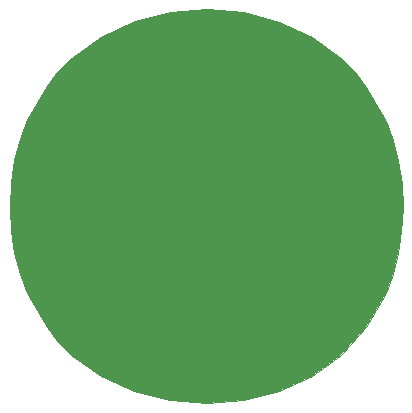
<source format=gto>
G04 #@! TF.FileFunction,Legend,Top*
%FSLAX46Y46*%
G04 Gerber Fmt 4.6, Leading zero omitted, Abs format (unit mm)*
G04 Created by KiCad (PCBNEW 4.0.0-rc2-stable) date 3/3/2016 3:46:29 PM*
%MOMM*%
G01*
G04 APERTURE LIST*
%ADD10C,0.150000*%
%ADD11C,0.025400*%
G04 APERTURE END LIST*
D10*
D11*
G36*
X71125330Y-18541454D02*
X74123272Y-19339030D01*
X76929710Y-20658267D01*
X79423860Y-22487177D01*
X80534617Y-23593499D01*
X81528770Y-24830034D01*
X83173169Y-27694998D01*
X83790303Y-29321759D01*
X84231947Y-31079385D01*
X84496723Y-32967212D01*
X84584624Y-34985449D01*
X84495579Y-37024729D01*
X84226406Y-38927037D01*
X83776961Y-40693494D01*
X83149792Y-42323704D01*
X81494514Y-45182688D01*
X79400093Y-47508416D01*
X76917673Y-49306860D01*
X74100074Y-50586047D01*
X71085290Y-51350315D01*
X68012784Y-51605062D01*
X64904622Y-51350313D01*
X61877591Y-50586043D01*
X59054425Y-49306846D01*
X56555001Y-47508182D01*
X55442921Y-46411652D01*
X54443321Y-45183004D01*
X52782254Y-42323699D01*
X52155083Y-40693492D01*
X51705679Y-38927040D01*
X51436455Y-37024728D01*
X51347452Y-34985350D01*
X51436455Y-32946064D01*
X51705679Y-31039353D01*
X52155088Y-29265040D01*
X52782228Y-27625987D01*
X54448901Y-24743276D01*
X55455179Y-23503493D01*
X56578362Y-22394726D01*
X59094541Y-20578239D01*
X61924405Y-19293482D01*
X64950263Y-18529219D01*
X68058401Y-18274445D01*
X71125330Y-18541454D01*
X71125330Y-18541454D01*
G37*
X71125330Y-18541454D02*
X74123272Y-19339030D01*
X76929710Y-20658267D01*
X79423860Y-22487177D01*
X80534617Y-23593499D01*
X81528770Y-24830034D01*
X83173169Y-27694998D01*
X83790303Y-29321759D01*
X84231947Y-31079385D01*
X84496723Y-32967212D01*
X84584624Y-34985449D01*
X84495579Y-37024729D01*
X84226406Y-38927037D01*
X83776961Y-40693494D01*
X83149792Y-42323704D01*
X81494514Y-45182688D01*
X79400093Y-47508416D01*
X76917673Y-49306860D01*
X74100074Y-50586047D01*
X71085290Y-51350315D01*
X68012784Y-51605062D01*
X64904622Y-51350313D01*
X61877591Y-50586043D01*
X59054425Y-49306846D01*
X56555001Y-47508182D01*
X55442921Y-46411652D01*
X54443321Y-45183004D01*
X52782254Y-42323699D01*
X52155083Y-40693492D01*
X51705679Y-38927040D01*
X51436455Y-37024728D01*
X51347452Y-34985350D01*
X51436455Y-32946064D01*
X51705679Y-31039353D01*
X52155088Y-29265040D01*
X52782228Y-27625987D01*
X54448901Y-24743276D01*
X55455179Y-23503493D01*
X56578362Y-22394726D01*
X59094541Y-20578239D01*
X61924405Y-19293482D01*
X64950263Y-18529219D01*
X68058401Y-18274445D01*
X71125330Y-18541454D01*
M02*

</source>
